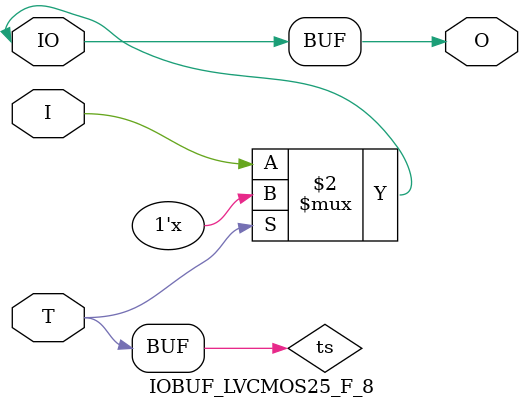
<source format=v>

/*

FUNCTION    : INPUT TRI-STATE OUTPUT BUFFER

*/

`celldefine
`timescale  100 ps / 10 ps

module IOBUF_LVCMOS25_F_8 (O, IO, I, T);

    output O;

    inout  IO;

    input  I, T;

    or O1 (ts, 1'b0, T);
    bufif0 T1 (IO, I, ts);

    buf B1 (O, IO);

endmodule

</source>
